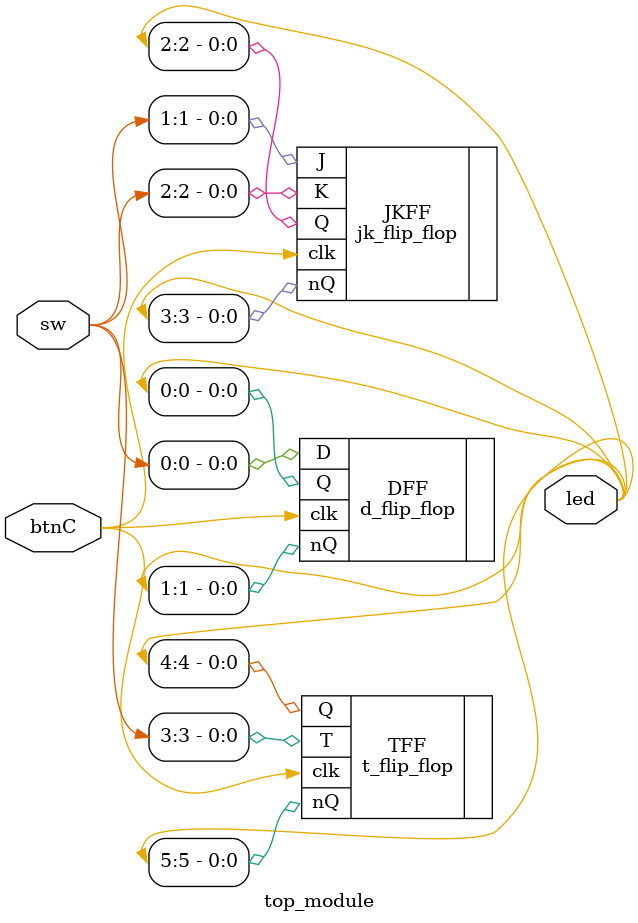
<source format=v>
module top_module(
    input [3:0] sw,
    input btnC,
    output [5:0] led
);

    // D Flip Flop
    d_flip_flop DFF(
        .D(sw[0]),
        .clk(btnC),
        .Q(led[0]),
        .nQ(led[1])
    );

    // JK Flip Flop
    jk_flip_flop JKFF(
        .J(sw[1]),
        .K(sw[2]),
        .clk(btnC),
        .Q(led[2]),
        .nQ(led[3])
    );

    // T Flip Flop
    t_flip_flop TFF(
        .T(sw[3]),
        .clk(btnC),
        .Q(led[4]),
        .nQ(led[5])
    );

endmodule
</source>
